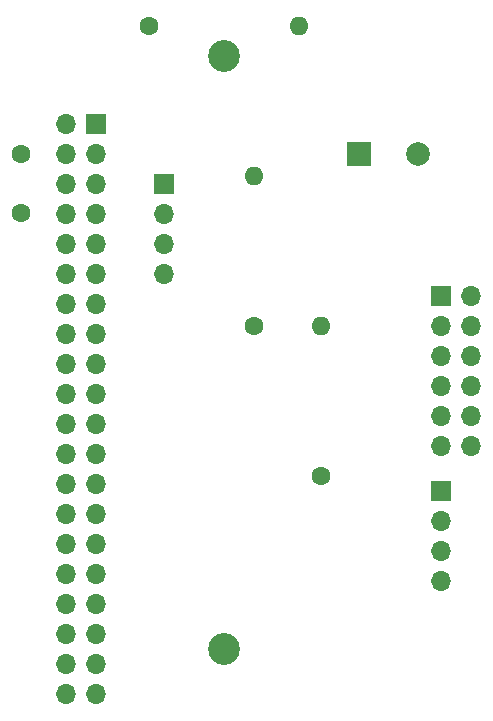
<source format=gbr>
%TF.GenerationSoftware,KiCad,Pcbnew,(5.1.12)-1*%
%TF.CreationDate,2022-06-03T18:51:51+02:00*%
%TF.ProjectId,pypilot-dome,70797069-6c6f-4742-9d64-6f6d652e6b69,rev?*%
%TF.SameCoordinates,Original*%
%TF.FileFunction,Soldermask,Bot*%
%TF.FilePolarity,Negative*%
%FSLAX46Y46*%
G04 Gerber Fmt 4.6, Leading zero omitted, Abs format (unit mm)*
G04 Created by KiCad (PCBNEW (5.1.12)-1) date 2022-06-03 18:51:51*
%MOMM*%
%LPD*%
G01*
G04 APERTURE LIST*
%ADD10O,1.600000X1.600000*%
%ADD11C,1.600000*%
%ADD12O,1.700000X1.700000*%
%ADD13R,1.700000X1.700000*%
%ADD14C,2.000000*%
%ADD15R,2.000000X2.000000*%
%ADD16C,2.700000*%
G04 APERTURE END LIST*
D10*
%TO.C,R8*%
X104140000Y-29210000D03*
D11*
X104140000Y-41910000D03*
%TD*%
D10*
%TO.C,R7*%
X109855000Y-41910000D03*
D11*
X109855000Y-54610000D03*
%TD*%
D12*
%TO.C,J10*%
X88265000Y-73025000D03*
X90805000Y-73025000D03*
X88265000Y-70485000D03*
X90805000Y-70485000D03*
X88265000Y-67945000D03*
X90805000Y-67945000D03*
X88265000Y-65405000D03*
X90805000Y-65405000D03*
X88265000Y-62865000D03*
X90805000Y-62865000D03*
X88265000Y-60325000D03*
X90805000Y-60325000D03*
X88265000Y-57785000D03*
X90805000Y-57785000D03*
X88265000Y-55245000D03*
X90805000Y-55245000D03*
X88265000Y-52705000D03*
X90805000Y-52705000D03*
X88265000Y-50165000D03*
X90805000Y-50165000D03*
X88265000Y-47625000D03*
X90805000Y-47625000D03*
X88265000Y-45085000D03*
X90805000Y-45085000D03*
X88265000Y-42545000D03*
X90805000Y-42545000D03*
X88265000Y-40005000D03*
X90805000Y-40005000D03*
X88265000Y-37465000D03*
X90805000Y-37465000D03*
X88265000Y-34925000D03*
X90805000Y-34925000D03*
X88265000Y-32385000D03*
X90805000Y-32385000D03*
X88265000Y-29845000D03*
X90805000Y-29845000D03*
X88265000Y-27305000D03*
X90805000Y-27305000D03*
X88265000Y-24765000D03*
D13*
X90805000Y-24765000D03*
%TD*%
D12*
%TO.C,J6*%
X120015000Y-63500000D03*
X120015000Y-60960000D03*
X120015000Y-58420000D03*
D13*
X120015000Y-55880000D03*
%TD*%
D12*
%TO.C,J3*%
X122555000Y-52070000D03*
X120015000Y-52070000D03*
X122555000Y-49530000D03*
X120015000Y-49530000D03*
X122555000Y-46990000D03*
X120015000Y-46990000D03*
X122555000Y-44450000D03*
X120015000Y-44450000D03*
X122555000Y-41910000D03*
X120015000Y-41910000D03*
X122555000Y-39370000D03*
D13*
X120015000Y-39370000D03*
%TD*%
D14*
%TO.C,C6*%
X118030000Y-27305000D03*
D15*
X113030000Y-27305000D03*
%TD*%
D11*
%TO.C,C5*%
X84455000Y-32305000D03*
X84455000Y-27305000D03*
%TD*%
D12*
%TO.C,A2*%
X96520000Y-37465000D03*
X96520000Y-34925000D03*
X96520000Y-32385000D03*
D13*
X96520000Y-29845000D03*
%TD*%
D16*
%TO.C,H1*%
X101600000Y-69215000D03*
%TD*%
%TO.C,H1*%
X101600000Y-19050000D03*
%TD*%
D11*
%TO.C,R10*%
X95250000Y-16510000D03*
D10*
X107950000Y-16510000D03*
%TD*%
M02*

</source>
